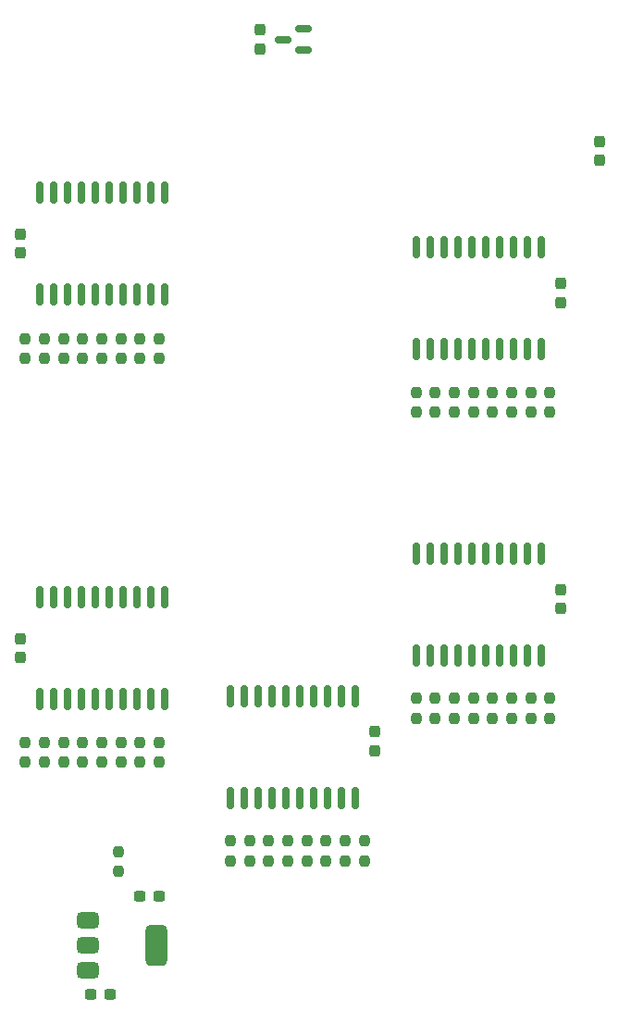
<source format=gbr>
%TF.GenerationSoftware,KiCad,Pcbnew,8.0.0*%
%TF.CreationDate,2024-03-24T17:19:01-07:00*%
%TF.ProjectId,Penta_OctoWS2811,50656e74-615f-44f6-9374-6f5753323831,rev?*%
%TF.SameCoordinates,Original*%
%TF.FileFunction,Paste,Top*%
%TF.FilePolarity,Positive*%
%FSLAX46Y46*%
G04 Gerber Fmt 4.6, Leading zero omitted, Abs format (unit mm)*
G04 Created by KiCad (PCBNEW 8.0.0) date 2024-03-24 17:19:01*
%MOMM*%
%LPD*%
G01*
G04 APERTURE LIST*
G04 Aperture macros list*
%AMRoundRect*
0 Rectangle with rounded corners*
0 $1 Rounding radius*
0 $2 $3 $4 $5 $6 $7 $8 $9 X,Y pos of 4 corners*
0 Add a 4 corners polygon primitive as box body*
4,1,4,$2,$3,$4,$5,$6,$7,$8,$9,$2,$3,0*
0 Add four circle primitives for the rounded corners*
1,1,$1+$1,$2,$3*
1,1,$1+$1,$4,$5*
1,1,$1+$1,$6,$7*
1,1,$1+$1,$8,$9*
0 Add four rect primitives between the rounded corners*
20,1,$1+$1,$2,$3,$4,$5,0*
20,1,$1+$1,$4,$5,$6,$7,0*
20,1,$1+$1,$6,$7,$8,$9,0*
20,1,$1+$1,$8,$9,$2,$3,0*%
G04 Aperture macros list end*
%ADD10RoundRect,0.150000X0.587500X0.150000X-0.587500X0.150000X-0.587500X-0.150000X0.587500X-0.150000X0*%
%ADD11RoundRect,0.237500X-0.300000X-0.237500X0.300000X-0.237500X0.300000X0.237500X-0.300000X0.237500X0*%
%ADD12RoundRect,0.237500X0.237500X-0.250000X0.237500X0.250000X-0.237500X0.250000X-0.237500X-0.250000X0*%
%ADD13RoundRect,0.237500X0.237500X-0.300000X0.237500X0.300000X-0.237500X0.300000X-0.237500X-0.300000X0*%
%ADD14RoundRect,0.150000X-0.150000X0.875000X-0.150000X-0.875000X0.150000X-0.875000X0.150000X0.875000X0*%
%ADD15RoundRect,0.237500X-0.237500X0.300000X-0.237500X-0.300000X0.237500X-0.300000X0.237500X0.300000X0*%
%ADD16RoundRect,0.237500X0.300000X0.237500X-0.300000X0.237500X-0.300000X-0.237500X0.300000X-0.237500X0*%
%ADD17RoundRect,0.375000X-0.625000X-0.375000X0.625000X-0.375000X0.625000X0.375000X-0.625000X0.375000X0*%
%ADD18RoundRect,0.500000X-0.500000X-1.400000X0.500000X-1.400000X0.500000X1.400000X-0.500000X1.400000X0*%
%ADD19RoundRect,0.150000X0.150000X-0.875000X0.150000X0.875000X-0.150000X0.875000X-0.150000X-0.875000X0*%
G04 APERTURE END LIST*
D10*
%TO.C,D1*%
X149937500Y-40775000D03*
X149937500Y-38875000D03*
X148062500Y-39825000D03*
%TD*%
D11*
%TO.C,C4*%
X134987500Y-118143750D03*
X136712500Y-118143750D03*
%TD*%
D12*
%TO.C,R24*%
X160250000Y-73912500D03*
X160250000Y-72087500D03*
%TD*%
D13*
%TO.C,C1*%
X124000000Y-59362500D03*
X124000000Y-57637500D03*
%TD*%
D12*
%TO.C,R30*%
X163750000Y-101912500D03*
X163750000Y-100087500D03*
%TD*%
D13*
%TO.C,C2*%
X124000000Y-96362500D03*
X124000000Y-94637500D03*
%TD*%
D12*
%TO.C,R40*%
X143250000Y-114912500D03*
X143250000Y-113087500D03*
%TD*%
%TO.C,R3*%
X128000000Y-69000000D03*
X128000000Y-67175000D03*
%TD*%
D13*
%TO.C,C5*%
X173500000Y-63862500D03*
X173500000Y-62137500D03*
%TD*%
%TO.C,C8*%
X146000000Y-40662500D03*
X146000000Y-38937500D03*
%TD*%
D12*
%TO.C,R33*%
X155500000Y-114912500D03*
X155500000Y-113087500D03*
%TD*%
%TO.C,R37*%
X148500000Y-114912500D03*
X148500000Y-113087500D03*
%TD*%
%TO.C,R22*%
X163750000Y-73912500D03*
X163750000Y-72087500D03*
%TD*%
%TO.C,R21*%
X165500000Y-73912500D03*
X165500000Y-72087500D03*
%TD*%
%TO.C,R31*%
X162000000Y-101912500D03*
X162000000Y-100087500D03*
%TD*%
%TO.C,R23*%
X162000000Y-73912500D03*
X162000000Y-72087500D03*
%TD*%
D14*
%TO.C,U5*%
X171715000Y-58850000D03*
X170445000Y-58850000D03*
X169175000Y-58850000D03*
X167905000Y-58850000D03*
X166635000Y-58850000D03*
X165365000Y-58850000D03*
X164095000Y-58850000D03*
X162825000Y-58850000D03*
X161555000Y-58850000D03*
X160285000Y-58850000D03*
X160285000Y-68150000D03*
X161555000Y-68150000D03*
X162825000Y-68150000D03*
X164095000Y-68150000D03*
X165365000Y-68150000D03*
X166635000Y-68150000D03*
X167905000Y-68150000D03*
X169175000Y-68150000D03*
X170445000Y-68150000D03*
X171715000Y-68150000D03*
%TD*%
D12*
%TO.C,R39*%
X145000000Y-114912500D03*
X145000000Y-113087500D03*
%TD*%
D13*
%TO.C,C7*%
X156500000Y-104862500D03*
X156500000Y-103137500D03*
%TD*%
D12*
%TO.C,R29*%
X165500000Y-101912500D03*
X165500000Y-100087500D03*
%TD*%
%TO.C,R8*%
X136750000Y-69000000D03*
X136750000Y-67175000D03*
%TD*%
%TO.C,R28*%
X167250000Y-101912500D03*
X167250000Y-100087500D03*
%TD*%
%TO.C,R6*%
X133250000Y-69000000D03*
X133250000Y-67175000D03*
%TD*%
%TO.C,R13*%
X131500000Y-105912500D03*
X131500000Y-104087500D03*
%TD*%
D15*
%TO.C,C9*%
X177000000Y-49137500D03*
X177000000Y-50862500D03*
%TD*%
D12*
%TO.C,R11*%
X128000000Y-105912500D03*
X128000000Y-104087500D03*
%TD*%
D16*
%TO.C,C3*%
X132212500Y-127143750D03*
X130487500Y-127143750D03*
%TD*%
D12*
%TO.C,R34*%
X153750000Y-114912500D03*
X153750000Y-113087500D03*
%TD*%
%TO.C,R20*%
X167250000Y-73912500D03*
X167250000Y-72087500D03*
%TD*%
D17*
%TO.C,U3*%
X130200000Y-120343750D03*
X130200000Y-122643750D03*
D18*
X136500000Y-122643750D03*
D17*
X130200000Y-124943750D03*
%TD*%
D12*
%TO.C,R32*%
X160250000Y-101912500D03*
X160250000Y-100087500D03*
%TD*%
%TO.C,R27*%
X169000000Y-101912500D03*
X169000000Y-100087500D03*
%TD*%
%TO.C,R17*%
X172500000Y-73912500D03*
X172500000Y-72087500D03*
%TD*%
%TO.C,R4*%
X129750000Y-69000000D03*
X129750000Y-67175000D03*
%TD*%
D19*
%TO.C,U1*%
X125785000Y-63150000D03*
X127055000Y-63150000D03*
X128325000Y-63150000D03*
X129595000Y-63150000D03*
X130865000Y-63150000D03*
X132135000Y-63150000D03*
X133405000Y-63150000D03*
X134675000Y-63150000D03*
X135945000Y-63150000D03*
X137215000Y-63150000D03*
X137215000Y-53850000D03*
X135945000Y-53850000D03*
X134675000Y-53850000D03*
X133405000Y-53850000D03*
X132135000Y-53850000D03*
X130865000Y-53850000D03*
X129595000Y-53850000D03*
X128325000Y-53850000D03*
X127055000Y-53850000D03*
X125785000Y-53850000D03*
%TD*%
D13*
%TO.C,C6*%
X173500000Y-91862500D03*
X173500000Y-90137500D03*
%TD*%
D12*
%TO.C,R2*%
X126250000Y-69000000D03*
X126250000Y-67175000D03*
%TD*%
%TO.C,R16*%
X136750000Y-105912500D03*
X136750000Y-104087500D03*
%TD*%
%TO.C,R19*%
X169000000Y-73912500D03*
X169000000Y-72087500D03*
%TD*%
%TO.C,R35*%
X152000000Y-114912500D03*
X152000000Y-113087500D03*
%TD*%
%TO.C,R41*%
X133000000Y-115912500D03*
X133000000Y-114087500D03*
%TD*%
%TO.C,R7*%
X135000000Y-69000000D03*
X135000000Y-67175000D03*
%TD*%
%TO.C,R38*%
X146750000Y-114912500D03*
X146750000Y-113087500D03*
%TD*%
%TO.C,R15*%
X135000000Y-105912500D03*
X135000000Y-104087500D03*
%TD*%
D14*
%TO.C,U7*%
X154715000Y-99850000D03*
X153445000Y-99850000D03*
X152175000Y-99850000D03*
X150905000Y-99850000D03*
X149635000Y-99850000D03*
X148365000Y-99850000D03*
X147095000Y-99850000D03*
X145825000Y-99850000D03*
X144555000Y-99850000D03*
X143285000Y-99850000D03*
X143285000Y-109150000D03*
X144555000Y-109150000D03*
X145825000Y-109150000D03*
X147095000Y-109150000D03*
X148365000Y-109150000D03*
X149635000Y-109150000D03*
X150905000Y-109150000D03*
X152175000Y-109150000D03*
X153445000Y-109150000D03*
X154715000Y-109150000D03*
%TD*%
D12*
%TO.C,R1*%
X124500000Y-69000000D03*
X124500000Y-67175000D03*
%TD*%
%TO.C,R18*%
X170750000Y-73912500D03*
X170750000Y-72087500D03*
%TD*%
D14*
%TO.C,U6*%
X171715000Y-86850000D03*
X170445000Y-86850000D03*
X169175000Y-86850000D03*
X167905000Y-86850000D03*
X166635000Y-86850000D03*
X165365000Y-86850000D03*
X164095000Y-86850000D03*
X162825000Y-86850000D03*
X161555000Y-86850000D03*
X160285000Y-86850000D03*
X160285000Y-96150000D03*
X161555000Y-96150000D03*
X162825000Y-96150000D03*
X164095000Y-96150000D03*
X165365000Y-96150000D03*
X166635000Y-96150000D03*
X167905000Y-96150000D03*
X169175000Y-96150000D03*
X170445000Y-96150000D03*
X171715000Y-96150000D03*
%TD*%
D12*
%TO.C,R9*%
X124500000Y-105912500D03*
X124500000Y-104087500D03*
%TD*%
%TO.C,R5*%
X131500000Y-69000000D03*
X131500000Y-67175000D03*
%TD*%
%TO.C,R26*%
X170750000Y-101912500D03*
X170750000Y-100087500D03*
%TD*%
%TO.C,R14*%
X133250000Y-105912500D03*
X133250000Y-104087500D03*
%TD*%
%TO.C,R10*%
X126250000Y-105912500D03*
X126250000Y-104087500D03*
%TD*%
D19*
%TO.C,U2*%
X125785000Y-100150000D03*
X127055000Y-100150000D03*
X128325000Y-100150000D03*
X129595000Y-100150000D03*
X130865000Y-100150000D03*
X132135000Y-100150000D03*
X133405000Y-100150000D03*
X134675000Y-100150000D03*
X135945000Y-100150000D03*
X137215000Y-100150000D03*
X137215000Y-90850000D03*
X135945000Y-90850000D03*
X134675000Y-90850000D03*
X133405000Y-90850000D03*
X132135000Y-90850000D03*
X130865000Y-90850000D03*
X129595000Y-90850000D03*
X128325000Y-90850000D03*
X127055000Y-90850000D03*
X125785000Y-90850000D03*
%TD*%
D12*
%TO.C,R12*%
X129750000Y-105912500D03*
X129750000Y-104087500D03*
%TD*%
%TO.C,R36*%
X150250000Y-114912500D03*
X150250000Y-113087500D03*
%TD*%
%TO.C,R25*%
X172500000Y-101912500D03*
X172500000Y-100087500D03*
%TD*%
M02*

</source>
